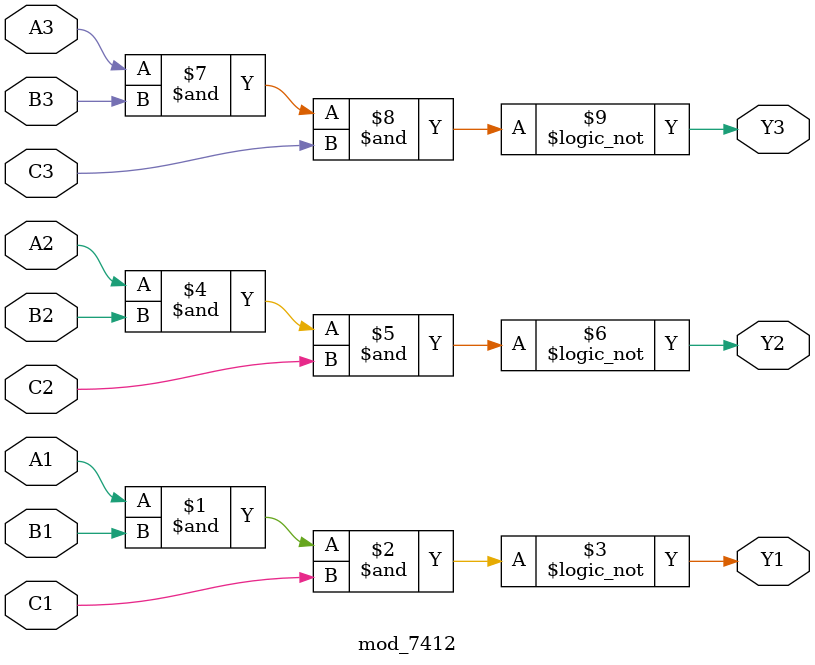
<source format=v>
module mod_7412 (
	input A1, input B1, input C1, output Y1, 
	input A2, input B2, input C2, output Y2, 
	input A3, input B3, input C3, output Y3 
);
	assign Y1 = !(A1 & B1 & C1);
	assign Y2 = !(A2 & B2 & C2);
	assign Y3 = !(A3 & B3 & C3);
endmodule

</source>
